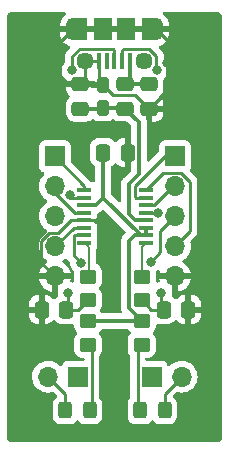
<source format=gbr>
%TF.GenerationSoftware,KiCad,Pcbnew,7.0.2-0*%
%TF.CreationDate,2024-07-03T10:32:26-07:00*%
%TF.ProjectId,ft230x-breakout,66743233-3078-42d6-9272-65616b6f7574,1.0*%
%TF.SameCoordinates,Original*%
%TF.FileFunction,Copper,L1,Top*%
%TF.FilePolarity,Positive*%
%FSLAX46Y46*%
G04 Gerber Fmt 4.6, Leading zero omitted, Abs format (unit mm)*
G04 Created by KiCad (PCBNEW 7.0.2-0) date 2024-07-03 10:32:26*
%MOMM*%
%LPD*%
G01*
G04 APERTURE LIST*
G04 Aperture macros list*
%AMRoundRect*
0 Rectangle with rounded corners*
0 $1 Rounding radius*
0 $2 $3 $4 $5 $6 $7 $8 $9 X,Y pos of 4 corners*
0 Add a 4 corners polygon primitive as box body*
4,1,4,$2,$3,$4,$5,$6,$7,$8,$9,$2,$3,0*
0 Add four circle primitives for the rounded corners*
1,1,$1+$1,$2,$3*
1,1,$1+$1,$4,$5*
1,1,$1+$1,$6,$7*
1,1,$1+$1,$8,$9*
0 Add four rect primitives between the rounded corners*
20,1,$1+$1,$2,$3,$4,$5,0*
20,1,$1+$1,$4,$5,$6,$7,0*
20,1,$1+$1,$6,$7,$8,$9,0*
20,1,$1+$1,$8,$9,$2,$3,0*%
G04 Aperture macros list end*
%TA.AperFunction,SMDPad,CuDef*%
%ADD10RoundRect,0.250000X-0.450000X0.350000X-0.450000X-0.350000X0.450000X-0.350000X0.450000X0.350000X0*%
%TD*%
%TA.AperFunction,ComponentPad*%
%ADD11R,1.700000X1.700000*%
%TD*%
%TA.AperFunction,ComponentPad*%
%ADD12O,1.700000X1.700000*%
%TD*%
%TA.AperFunction,SMDPad,CuDef*%
%ADD13RoundRect,0.250000X-0.325000X-0.450000X0.325000X-0.450000X0.325000X0.450000X-0.325000X0.450000X0*%
%TD*%
%TA.AperFunction,SMDPad,CuDef*%
%ADD14RoundRect,0.250000X-0.337500X-0.475000X0.337500X-0.475000X0.337500X0.475000X-0.337500X0.475000X0*%
%TD*%
%TA.AperFunction,SMDPad,CuDef*%
%ADD15RoundRect,0.250000X0.450000X-0.350000X0.450000X0.350000X-0.450000X0.350000X-0.450000X-0.350000X0*%
%TD*%
%TA.AperFunction,SMDPad,CuDef*%
%ADD16RoundRect,0.250000X-0.475000X0.337500X-0.475000X-0.337500X0.475000X-0.337500X0.475000X0.337500X0*%
%TD*%
%TA.AperFunction,SMDPad,CuDef*%
%ADD17RoundRect,0.250000X0.325000X0.450000X-0.325000X0.450000X-0.325000X-0.450000X0.325000X-0.450000X0*%
%TD*%
%TA.AperFunction,SMDPad,CuDef*%
%ADD18R,0.400000X1.350000*%
%TD*%
%TA.AperFunction,ComponentPad*%
%ADD19O,1.200000X1.900000*%
%TD*%
%TA.AperFunction,SMDPad,CuDef*%
%ADD20R,1.200000X1.900000*%
%TD*%
%TA.AperFunction,ComponentPad*%
%ADD21C,1.450000*%
%TD*%
%TA.AperFunction,SMDPad,CuDef*%
%ADD22R,1.500000X1.900000*%
%TD*%
%TA.AperFunction,SMDPad,CuDef*%
%ADD23R,1.200000X0.400000*%
%TD*%
%TA.AperFunction,SMDPad,CuDef*%
%ADD24RoundRect,0.250000X0.337500X0.475000X-0.337500X0.475000X-0.337500X-0.475000X0.337500X-0.475000X0*%
%TD*%
%TA.AperFunction,SMDPad,CuDef*%
%ADD25RoundRect,0.250000X0.275000X-0.400000X0.275000X0.400000X-0.275000X0.400000X-0.275000X-0.400000X0*%
%TD*%
%TA.AperFunction,SMDPad,CuDef*%
%ADD26RoundRect,0.250000X0.475000X-0.337500X0.475000X0.337500X-0.475000X0.337500X-0.475000X-0.337500X0*%
%TD*%
%TA.AperFunction,ViaPad*%
%ADD27C,0.800000*%
%TD*%
%TA.AperFunction,Conductor*%
%ADD28C,0.350000*%
%TD*%
%TA.AperFunction,Conductor*%
%ADD29C,0.250000*%
%TD*%
%TA.AperFunction,Conductor*%
%ADD30C,0.200000*%
%TD*%
G04 APERTURE END LIST*
D10*
%TO.P,R103,1*%
%TO.N,/Vccio*%
X142401700Y-122342400D03*
%TO.P,R103,2*%
%TO.N,Net-(D101-A)*%
X142401700Y-124342400D03*
%TD*%
D11*
%TO.P,JP101,1,A*%
%TO.N,/CBUS1*%
X141563500Y-127050800D03*
D12*
%TO.P,JP101,2,B*%
%TO.N,Net-(D101-K)*%
X139023500Y-127050800D03*
%TD*%
D13*
%TO.P,D101,1,K*%
%TO.N,Net-(D101-K)*%
X140487700Y-129895600D03*
%TO.P,D101,2,A*%
%TO.N,Net-(D101-A)*%
X142537700Y-129895600D03*
%TD*%
D11*
%TO.P,JP102,1,A*%
%TO.N,/CBUS2*%
X147781500Y-127050800D03*
D12*
%TO.P,JP102,2,B*%
%TO.N,Net-(D102-K)*%
X150321500Y-127050800D03*
%TD*%
D10*
%TO.P,R104,1*%
%TO.N,/Vccio*%
X146948300Y-122342400D03*
%TO.P,R104,2*%
%TO.N,Net-(D102-A)*%
X146948300Y-124342400D03*
%TD*%
D14*
%TO.P,C106,1*%
%TO.N,/Vccio*%
X143679500Y-108077000D03*
%TO.P,C106,2*%
%TO.N,GND*%
X145754500Y-108077000D03*
%TD*%
D15*
%TO.P,R101,1*%
%TO.N,Net-(J101-D+)*%
X142392400Y-120583200D03*
%TO.P,R101,2*%
%TO.N,/D+*%
X142392400Y-118583200D03*
%TD*%
D16*
%TO.P,FB101,1*%
%TO.N,Net-(J101-VBUS)*%
X145551300Y-102285800D03*
%TO.P,FB101,2*%
%TO.N,/Vcc*%
X145551300Y-104360800D03*
%TD*%
%TO.P,C101,1*%
%TO.N,Net-(J101-VBUS)*%
X147557900Y-102289700D03*
%TO.P,C101,2*%
%TO.N,GND*%
X147557900Y-104364700D03*
%TD*%
D17*
%TO.P,D102,1,K*%
%TO.N,Net-(D102-K)*%
X148878700Y-129895600D03*
%TO.P,D102,2,A*%
%TO.N,Net-(D102-A)*%
X146828700Y-129895600D03*
%TD*%
D18*
%TO.P,J101,1,VBUS*%
%TO.N,Net-(J101-VBUS)*%
X145941500Y-100355400D03*
%TO.P,J101,2,D-*%
%TO.N,Net-(J101-D-)*%
X145291500Y-100355400D03*
%TO.P,J101,3,D+*%
%TO.N,Net-(J101-D+)*%
X144641500Y-100355400D03*
%TO.P,J101,4,ID*%
%TO.N,unconnected-(J101-ID-Pad4)*%
X143991500Y-100355400D03*
%TO.P,J101,5,GND*%
%TO.N,GND*%
X143341500Y-100355400D03*
D19*
%TO.P,J101,6,Shield*%
X148141500Y-97655400D03*
D20*
X147541500Y-97655400D03*
D21*
X147141500Y-100355400D03*
D22*
X145641500Y-97655400D03*
X143641500Y-97655400D03*
D21*
X142141500Y-100355400D03*
D20*
X141741500Y-97655400D03*
D19*
X141141500Y-97655400D03*
%TD*%
D23*
%TO.P,U101,1,TXD*%
%TO.N,/TXD*%
X142098400Y-111259700D03*
%TO.P,U101,2,~{RTS}*%
%TO.N,/~{RTS}*%
X142098400Y-111894700D03*
%TO.P,U101,3,VCCIO*%
%TO.N,/Vccio*%
X142098400Y-112529700D03*
%TO.P,U101,4,RXD*%
%TO.N,/RXD*%
X142098400Y-113164700D03*
%TO.P,U101,5,GND*%
%TO.N,GND*%
X142098400Y-113799700D03*
%TO.P,U101,6,~{CTS}*%
%TO.N,/~{CTS}*%
X142098400Y-114434700D03*
%TO.P,U101,7,CBUS2*%
%TO.N,/CBUS2*%
X142098400Y-115069700D03*
%TO.P,U101,8,USBDP*%
%TO.N,/D+*%
X142098400Y-115704700D03*
%TO.P,U101,9,USBDM*%
%TO.N,/D-*%
X147298400Y-115704700D03*
%TO.P,U101,10,3V3OUT*%
%TO.N,/Vccio*%
X147298400Y-115069700D03*
%TO.P,U101,11,~{RESET}*%
X147298400Y-114434700D03*
%TO.P,U101,12,VCC*%
%TO.N,/Vcc*%
X147298400Y-113799700D03*
%TO.P,U101,13,GND*%
%TO.N,GND*%
X147298400Y-113164700D03*
%TO.P,U101,14,CBUS1*%
%TO.N,/CBUS1*%
X147298400Y-112529700D03*
%TO.P,U101,15,CBUS0*%
%TO.N,/CBUS0*%
X147298400Y-111894700D03*
%TO.P,U101,16,CBUS3*%
%TO.N,/CBUS3*%
X147298400Y-111259700D03*
%TD*%
D15*
%TO.P,R102,1*%
%TO.N,Net-(J101-D-)*%
X146964400Y-120583200D03*
%TO.P,R102,2*%
%TO.N,/D-*%
X146964400Y-118583200D03*
%TD*%
D14*
%TO.P,C105,1*%
%TO.N,Net-(J101-D-)*%
X148802500Y-121386600D03*
%TO.P,C105,2*%
%TO.N,GND*%
X150877500Y-121386600D03*
%TD*%
D24*
%TO.P,C104,1*%
%TO.N,Net-(J101-D+)*%
X140543600Y-121386600D03*
%TO.P,C104,2*%
%TO.N,GND*%
X138468600Y-121386600D03*
%TD*%
D25*
%TO.P,C102,1*%
%TO.N,/Vcc*%
X143646300Y-104286600D03*
%TO.P,C102,2*%
%TO.N,GND*%
X143646300Y-102336600D03*
%TD*%
D26*
%TO.P,C103,1*%
%TO.N,/Vcc*%
X141741300Y-104364700D03*
%TO.P,C103,2*%
%TO.N,GND*%
X141741300Y-102289700D03*
%TD*%
D11*
%TO.P,J103,1,Pin_1*%
%TO.N,/TXD*%
X139598400Y-108407200D03*
D12*
%TO.P,J103,2,Pin_2*%
%TO.N,/RXD*%
X139598400Y-110947200D03*
%TO.P,J103,3,Pin_3*%
%TO.N,/~{RTS}*%
X139598400Y-113487200D03*
%TO.P,J103,4,Pin_4*%
%TO.N,/~{CTS}*%
X139598400Y-116027200D03*
%TO.P,J103,5,Pin_5*%
%TO.N,GND*%
X139598400Y-118567200D03*
%TD*%
D11*
%TO.P,J104,1,Pin_1*%
%TO.N,/CBUS0*%
X149758400Y-108407200D03*
D12*
%TO.P,J104,2,Pin_2*%
%TO.N,/CBUS1*%
X149758400Y-110947200D03*
%TO.P,J104,3,Pin_3*%
%TO.N,/CBUS2*%
X149758400Y-113487200D03*
%TO.P,J104,4,Pin_4*%
%TO.N,/CBUS3*%
X149758400Y-116027200D03*
%TO.P,J104,5,Pin_5*%
%TO.N,GND*%
X149758400Y-118567200D03*
%TD*%
D27*
%TO.N,GND*%
X148339030Y-113193194D03*
X149047200Y-100457000D03*
X144729200Y-117957600D03*
%TO.N,Net-(J101-D+)*%
X141064901Y-101126918D03*
X140741400Y-119938800D03*
%TO.N,Net-(J101-D-)*%
X148615400Y-119938800D03*
X148220428Y-101123657D03*
%TO.N,/~{RTS}*%
X140867319Y-111709200D03*
%TO.N,/CBUS2*%
X141799446Y-117390046D03*
X147724236Y-117315027D03*
%TD*%
D28*
%TO.N,Net-(J101-VBUS)*%
X145941500Y-100355400D02*
X145941500Y-101895600D01*
X147554000Y-102285800D02*
X147557900Y-102289700D01*
X145941500Y-101895600D02*
X145551300Y-102285800D01*
X145551300Y-102285800D02*
X147554000Y-102285800D01*
D29*
%TO.N,GND*%
X143341500Y-100355400D02*
X142141500Y-100355400D01*
X139895101Y-114852200D02*
X139111699Y-114852200D01*
X140694500Y-102289700D02*
X141741300Y-102289700D01*
X142098400Y-113799700D02*
X140947601Y-113799700D01*
X139111699Y-114852200D02*
X138423400Y-115540499D01*
X143641500Y-97655400D02*
X145641500Y-97655400D01*
X145641500Y-97655400D02*
X147541500Y-97655400D01*
X138423400Y-117392200D02*
X139598400Y-118567200D01*
X141741300Y-102289700D02*
X142141500Y-101889500D01*
X143646300Y-102336600D02*
X143341500Y-102031800D01*
X139954000Y-98842900D02*
X139954000Y-101549200D01*
X140947601Y-113799700D02*
X139895101Y-114852200D01*
X142948400Y-113799700D02*
X144729200Y-115580500D01*
X143646300Y-102336600D02*
X141788200Y-102336600D01*
X149047200Y-98561100D02*
X148141500Y-97655400D01*
X143341500Y-102031800D02*
X143341500Y-100355400D01*
X146395400Y-103202200D02*
X147557900Y-104364700D01*
X142141500Y-101889500D02*
X142141500Y-100355400D01*
X144511900Y-103202200D02*
X146395400Y-103202200D01*
X141741500Y-97655400D02*
X143641500Y-97655400D01*
X141788200Y-102336600D02*
X141741300Y-102289700D01*
X147557900Y-104364700D02*
X149047200Y-102875400D01*
X143646300Y-102336600D02*
X144511900Y-103202200D01*
X139954000Y-101549200D02*
X140694500Y-102289700D01*
X148310536Y-113164700D02*
X148339030Y-113193194D01*
X142098400Y-113799700D02*
X142948400Y-113799700D01*
X149047200Y-100457000D02*
X149047200Y-98561100D01*
X149047200Y-102875400D02*
X149047200Y-100457000D01*
X138423400Y-115540499D02*
X138423400Y-117392200D01*
X147298400Y-113164700D02*
X148310536Y-113164700D01*
X144729200Y-115580500D02*
X144729200Y-117957600D01*
X141141500Y-97655400D02*
X139954000Y-98842900D01*
D28*
%TO.N,/Vcc*%
X141741300Y-104364700D02*
X143568200Y-104364700D01*
X146717000Y-105526500D02*
X146717000Y-109873096D01*
X146383400Y-113799700D02*
X147298400Y-113799700D01*
X145477100Y-104286600D02*
X145551300Y-104360800D01*
X145872200Y-113288500D02*
X146383400Y-113799700D01*
X146717000Y-109873096D02*
X145872200Y-110717896D01*
X145872200Y-110717896D02*
X145872200Y-113288500D01*
X145551300Y-104360800D02*
X146717000Y-105526500D01*
X143646300Y-104286600D02*
X145477100Y-104286600D01*
X143568200Y-104364700D02*
X143646300Y-104286600D01*
D29*
%TO.N,Net-(J101-D+)*%
X140741400Y-121188800D02*
X140543600Y-121386600D01*
X140741400Y-119938800D02*
X140741400Y-121188800D01*
X144641500Y-100355400D02*
X144641500Y-99430400D01*
X144641500Y-99430400D02*
X144516500Y-99305400D01*
X144516500Y-99305400D02*
X141706575Y-99305400D01*
X141589000Y-121386600D02*
X142392400Y-120583200D01*
X141064901Y-99947074D02*
X141064901Y-101126918D01*
X141706575Y-99305400D02*
X141064901Y-99947074D01*
X140543600Y-121386600D02*
X141589000Y-121386600D01*
%TO.N,Net-(J101-D-)*%
X147559625Y-99288600D02*
X148191299Y-99920274D01*
X148615400Y-119938800D02*
X148615400Y-121199500D01*
X145291500Y-100355400D02*
X145291500Y-99430400D01*
X147767800Y-121386600D02*
X146964400Y-120583200D01*
X148191299Y-101094528D02*
X148220428Y-101123657D01*
X148615400Y-121199500D02*
X148802500Y-121386600D01*
X145291500Y-99430400D02*
X145433300Y-99288600D01*
X148191299Y-99920274D02*
X148191299Y-101094528D01*
X148802500Y-121386600D02*
X147767800Y-121386600D01*
X145433300Y-99288600D02*
X147559625Y-99288600D01*
D28*
%TO.N,/Vccio*%
X143048400Y-112529700D02*
X142098400Y-112529700D01*
X146348400Y-115069700D02*
X147298400Y-115069700D01*
X147298400Y-115069700D02*
X146850600Y-115069700D01*
X142401700Y-122342400D02*
X146948300Y-122342400D01*
X143679500Y-111898600D02*
X143048400Y-112529700D01*
X146948300Y-122342400D02*
X145889400Y-121283500D01*
X145889400Y-115528700D02*
X146348400Y-115069700D01*
X146850600Y-115069700D02*
X143679500Y-111898600D01*
X143679500Y-108077000D02*
X143679500Y-111898600D01*
X147298400Y-114434700D02*
X147298400Y-115069700D01*
X145889400Y-121283500D02*
X145889400Y-115528700D01*
D29*
%TO.N,Net-(D101-K)*%
X140487700Y-128515000D02*
X139023500Y-127050800D01*
X140487700Y-129895600D02*
X140487700Y-128515000D01*
%TO.N,Net-(D101-A)*%
X142738500Y-129694800D02*
X142738500Y-124679200D01*
X142738500Y-124679200D02*
X142401700Y-124342400D01*
X142537700Y-129895600D02*
X142738500Y-129694800D01*
%TO.N,Net-(D102-K)*%
X148878700Y-128493600D02*
X150321500Y-127050800D01*
X148878700Y-129895600D02*
X148878700Y-128493600D01*
%TO.N,Net-(D102-A)*%
X146828700Y-129895600D02*
X146606500Y-129673400D01*
X146606500Y-124684200D02*
X146948300Y-124342400D01*
X146606500Y-129673400D02*
X146606500Y-124684200D01*
%TO.N,/TXD*%
X139598400Y-108407200D02*
X142098400Y-110907200D01*
X142098400Y-110907200D02*
X142098400Y-111259700D01*
%TO.N,/RXD*%
X139598400Y-110947200D02*
X139598400Y-111479700D01*
X141283400Y-113164700D02*
X142098400Y-113164700D01*
X139598400Y-111479700D02*
X141283400Y-113164700D01*
%TO.N,/~{RTS}*%
X141052819Y-111894700D02*
X140867319Y-111709200D01*
X142098400Y-111894700D02*
X141052819Y-111894700D01*
%TO.N,/~{CTS}*%
X139598400Y-116027200D02*
X141190900Y-114434700D01*
X141190900Y-114434700D02*
X142098400Y-114434700D01*
%TO.N,/CBUS3*%
X151028400Y-110555499D02*
X151028400Y-114757200D01*
X148785900Y-109772200D02*
X150245101Y-109772200D01*
X150245101Y-109772200D02*
X151028400Y-110555499D01*
X147298400Y-111259700D02*
X148785900Y-109772200D01*
X151028400Y-114757200D02*
X149758400Y-116027200D01*
%TO.N,/CBUS2*%
X141173400Y-116764000D02*
X141799446Y-117390046D01*
X148498400Y-116540863D02*
X147724236Y-117315027D01*
X142098400Y-115069700D02*
X141248400Y-115069700D01*
X141248400Y-115069700D02*
X141173400Y-115144700D01*
X148498400Y-114747200D02*
X148498400Y-116540863D01*
X141173400Y-115144700D02*
X141173400Y-116764000D01*
X149758400Y-113487200D02*
X148498400Y-114747200D01*
%TO.N,/CBUS1*%
X149758400Y-110947200D02*
X149560426Y-110947200D01*
X149560426Y-110947200D02*
X147977926Y-112529700D01*
X147977926Y-112529700D02*
X147298400Y-112529700D01*
%TO.N,/CBUS0*%
X146448400Y-111894700D02*
X147298400Y-111894700D01*
X146373400Y-110923098D02*
X146373400Y-111819700D01*
X146373400Y-111819700D02*
X146448400Y-111894700D01*
X149758400Y-108407200D02*
X148889298Y-108407200D01*
X148889298Y-108407200D02*
X146373400Y-110923098D01*
D30*
%TO.N,/D+*%
X142498946Y-118476654D02*
X142498946Y-116105246D01*
X142498946Y-116105246D02*
X142098400Y-115704700D01*
X142392400Y-118583200D02*
X142498946Y-118476654D01*
%TO.N,/D-*%
X146964400Y-116038700D02*
X147298400Y-115704700D01*
X146964400Y-118583200D02*
X146964400Y-116038700D01*
%TD*%
%TA.AperFunction,Conductor*%
%TO.N,GND*%
G36*
X140422979Y-96190436D02*
G01*
X140490018Y-96210123D01*
X140535771Y-96262928D01*
X140545712Y-96332087D01*
X140516685Y-96395642D01*
X140494903Y-96415443D01*
X140417876Y-96470294D01*
X140272907Y-96622333D01*
X140159333Y-96799055D01*
X140081255Y-96994085D01*
X140041500Y-97200362D01*
X140041500Y-97405400D01*
X140841500Y-97405400D01*
X140841500Y-97905400D01*
X140041500Y-97905400D01*
X140041500Y-98054850D01*
X140041781Y-98060759D01*
X140056464Y-98214520D01*
X140115649Y-98416087D01*
X140211912Y-98602812D01*
X140341769Y-98767938D01*
X140500536Y-98905511D01*
X140682463Y-99010546D01*
X140817956Y-99057441D01*
X140874870Y-99097970D01*
X140900838Y-99162834D01*
X140887614Y-99231441D01*
X140865080Y-99262302D01*
X140681109Y-99446273D01*
X140665011Y-99459170D01*
X140616997Y-99510299D01*
X140614293Y-99513090D01*
X140597529Y-99529854D01*
X140597522Y-99529861D01*
X140594781Y-99532603D01*
X140592400Y-99535671D01*
X140592391Y-99535682D01*
X140592312Y-99535785D01*
X140584743Y-99544646D01*
X140554836Y-99576494D01*
X140545186Y-99594048D01*
X140534510Y-99610302D01*
X140522227Y-99626137D01*
X140504876Y-99666232D01*
X140499739Y-99676718D01*
X140478703Y-99714981D01*
X140473722Y-99734383D01*
X140467421Y-99752785D01*
X140459462Y-99771176D01*
X140452629Y-99814316D01*
X140450261Y-99825748D01*
X140439401Y-99868051D01*
X140439401Y-99888090D01*
X140437874Y-99907488D01*
X140434741Y-99927268D01*
X140438851Y-99970747D01*
X140439401Y-99982417D01*
X140439401Y-100428230D01*
X140419716Y-100495269D01*
X140407551Y-100511202D01*
X140332367Y-100594701D01*
X140237721Y-100758633D01*
X140179227Y-100938660D01*
X140159441Y-101126918D01*
X140179227Y-101315175D01*
X140237721Y-101495202D01*
X140332367Y-101659134D01*
X140456094Y-101796545D01*
X140459030Y-101799806D01*
X140465183Y-101804276D01*
X140507850Y-101859605D01*
X140516300Y-101904596D01*
X140516300Y-102039700D01*
X142908038Y-102039700D01*
X142975077Y-102059385D01*
X142995719Y-102076019D01*
X143006300Y-102086600D01*
X143772300Y-102086600D01*
X143839339Y-102106285D01*
X143885094Y-102159089D01*
X143896300Y-102210600D01*
X143896300Y-102462600D01*
X143876615Y-102529639D01*
X143823811Y-102575394D01*
X143772300Y-102586600D01*
X142679562Y-102586600D01*
X142612523Y-102566915D01*
X142591881Y-102550281D01*
X142581300Y-102539700D01*
X140516301Y-102539700D01*
X140516301Y-102674029D01*
X140516621Y-102680311D01*
X140526793Y-102779895D01*
X140581942Y-102946322D01*
X140673983Y-103095545D01*
X140797954Y-103219516D01*
X140800956Y-103221368D01*
X140847680Y-103273317D01*
X140858901Y-103342279D01*
X140831057Y-103406361D01*
X140800959Y-103432442D01*
X140797644Y-103434486D01*
X140673588Y-103558542D01*
X140581486Y-103707865D01*
X140526300Y-103874402D01*
X140516119Y-103974058D01*
X140516117Y-103974078D01*
X140515800Y-103977191D01*
X140515800Y-103980338D01*
X140515800Y-103980339D01*
X140515800Y-104749058D01*
X140515800Y-104749077D01*
X140515801Y-104752208D01*
X140516120Y-104755340D01*
X140516121Y-104755341D01*
X140526300Y-104854996D01*
X140581486Y-105021534D01*
X140673588Y-105170857D01*
X140797642Y-105294911D01*
X140797644Y-105294912D01*
X140946966Y-105387014D01*
X141049840Y-105421103D01*
X141113502Y-105442199D01*
X141213158Y-105452380D01*
X141213159Y-105452380D01*
X141216291Y-105452700D01*
X142266308Y-105452699D01*
X142369097Y-105442199D01*
X142535634Y-105387014D01*
X142684956Y-105294912D01*
X142713918Y-105265949D01*
X142775238Y-105232464D01*
X142844930Y-105237447D01*
X142889280Y-105265949D01*
X142902642Y-105279311D01*
X142921611Y-105291011D01*
X143051966Y-105371414D01*
X143163316Y-105408312D01*
X143218502Y-105426599D01*
X143318158Y-105436780D01*
X143318159Y-105436780D01*
X143321291Y-105437100D01*
X143971308Y-105437099D01*
X144074097Y-105426599D01*
X144240634Y-105371414D01*
X144389956Y-105279312D01*
X144405268Y-105263998D01*
X144466590Y-105230514D01*
X144536281Y-105235497D01*
X144580632Y-105264000D01*
X144607644Y-105291012D01*
X144756966Y-105383114D01*
X144868316Y-105420012D01*
X144923502Y-105438299D01*
X145023158Y-105448480D01*
X145023159Y-105448480D01*
X145026291Y-105448800D01*
X145632636Y-105448799D01*
X145699675Y-105468483D01*
X145720317Y-105485118D01*
X146005182Y-105769983D01*
X146038666Y-105831304D01*
X146041500Y-105857662D01*
X146041500Y-106763638D01*
X146021815Y-106830677D01*
X146005181Y-106851319D01*
X146004500Y-106852000D01*
X146004500Y-109301999D01*
X146005181Y-109302680D01*
X146038666Y-109364003D01*
X146041500Y-109390361D01*
X146041500Y-109541932D01*
X146021815Y-109608971D01*
X146005181Y-109629613D01*
X145411624Y-110223169D01*
X145406172Y-110228302D01*
X145362868Y-110266666D01*
X145330000Y-110314283D01*
X145325563Y-110320313D01*
X145289873Y-110365869D01*
X145286024Y-110374420D01*
X145275007Y-110393954D01*
X145269681Y-110401671D01*
X145249165Y-110455764D01*
X145246302Y-110462678D01*
X145222549Y-110515458D01*
X145220861Y-110524672D01*
X145214838Y-110546279D01*
X145211510Y-110555053D01*
X145204533Y-110612508D01*
X145203407Y-110619907D01*
X145192980Y-110676808D01*
X145196474Y-110734559D01*
X145196700Y-110742046D01*
X145196700Y-112161136D01*
X145177015Y-112228175D01*
X145124211Y-112273930D01*
X145055053Y-112283874D01*
X144991497Y-112254849D01*
X144985019Y-112248817D01*
X144391319Y-111655118D01*
X144357834Y-111593795D01*
X144355000Y-111567437D01*
X144355000Y-109294507D01*
X144374685Y-109227468D01*
X144413904Y-109188968D01*
X144485656Y-109144712D01*
X144609712Y-109020656D01*
X144611752Y-109017347D01*
X144663695Y-108970622D01*
X144732657Y-108959395D01*
X144796741Y-108987235D01*
X144822831Y-109017343D01*
X144824682Y-109020344D01*
X144948654Y-109144316D01*
X145097877Y-109236357D01*
X145264303Y-109291506D01*
X145363890Y-109301680D01*
X145370168Y-109301999D01*
X145504499Y-109301999D01*
X145504500Y-109301998D01*
X145504500Y-106852000D01*
X145370171Y-106852000D01*
X145363888Y-106852321D01*
X145264304Y-106862493D01*
X145097877Y-106917642D01*
X144948654Y-107009683D01*
X144824683Y-107133654D01*
X144822830Y-107136659D01*
X144770880Y-107183382D01*
X144701917Y-107194602D01*
X144637836Y-107166757D01*
X144611752Y-107136652D01*
X144609903Y-107133654D01*
X144609712Y-107133344D01*
X144609710Y-107133342D01*
X144609709Y-107133340D01*
X144485657Y-107009288D01*
X144336334Y-106917186D01*
X144169797Y-106862000D01*
X144070141Y-106851819D01*
X144070122Y-106851818D01*
X144067009Y-106851500D01*
X144063860Y-106851500D01*
X143295141Y-106851500D01*
X143295121Y-106851500D01*
X143291992Y-106851501D01*
X143288860Y-106851820D01*
X143288858Y-106851821D01*
X143189203Y-106862000D01*
X143022665Y-106917186D01*
X142873342Y-107009288D01*
X142749288Y-107133342D01*
X142657186Y-107282665D01*
X142602000Y-107449202D01*
X142591819Y-107548858D01*
X142591817Y-107548878D01*
X142591500Y-107551991D01*
X142591500Y-107555138D01*
X142591500Y-107555139D01*
X142591500Y-108598859D01*
X142591500Y-108598878D01*
X142591501Y-108602008D01*
X142591820Y-108605140D01*
X142591821Y-108605141D01*
X142602000Y-108704796D01*
X142657186Y-108871334D01*
X142749286Y-109020654D01*
X142749287Y-109020655D01*
X142749288Y-109020656D01*
X142873344Y-109144712D01*
X142945096Y-109188968D01*
X142991821Y-109240915D01*
X143004000Y-109294507D01*
X143004000Y-110460908D01*
X142984315Y-110527947D01*
X142931511Y-110573702D01*
X142862353Y-110583646D01*
X142836667Y-110577090D01*
X142805885Y-110565609D01*
X142749566Y-110559554D01*
X142749565Y-110559553D01*
X142746273Y-110559200D01*
X142742951Y-110559200D01*
X142686352Y-110559200D01*
X142619313Y-110539515D01*
X142598671Y-110522881D01*
X142582406Y-110506616D01*
X142569767Y-110491817D01*
X142557995Y-110475613D01*
X142524341Y-110447773D01*
X142515699Y-110439909D01*
X140985218Y-108909428D01*
X140951733Y-108848105D01*
X140948899Y-108821747D01*
X140948899Y-107512639D01*
X140948899Y-107512638D01*
X140948899Y-107509328D01*
X140942491Y-107449717D01*
X140892196Y-107314869D01*
X140805946Y-107199654D01*
X140690731Y-107113404D01*
X140555883Y-107063109D01*
X140496273Y-107056700D01*
X140492950Y-107056700D01*
X138703839Y-107056700D01*
X138703820Y-107056700D01*
X138700528Y-107056701D01*
X138697248Y-107057053D01*
X138697240Y-107057054D01*
X138640915Y-107063109D01*
X138506069Y-107113404D01*
X138390854Y-107199654D01*
X138304604Y-107314868D01*
X138254310Y-107449715D01*
X138254309Y-107449717D01*
X138247900Y-107509327D01*
X138247900Y-107512648D01*
X138247900Y-107512649D01*
X138247900Y-109301760D01*
X138247900Y-109301778D01*
X138247901Y-109305072D01*
X138248253Y-109308352D01*
X138248254Y-109308359D01*
X138254309Y-109364684D01*
X138263886Y-109390361D01*
X138304604Y-109499531D01*
X138390854Y-109614746D01*
X138506069Y-109700996D01*
X138618307Y-109742858D01*
X138637482Y-109750010D01*
X138693416Y-109791881D01*
X138717833Y-109857346D01*
X138702981Y-109925619D01*
X138681831Y-109953873D01*
X138559903Y-110075801D01*
X138424365Y-110269370D01*
X138324497Y-110483536D01*
X138263336Y-110711792D01*
X138242740Y-110947199D01*
X138263336Y-111182607D01*
X138266948Y-111196086D01*
X138324497Y-111410863D01*
X138424365Y-111625030D01*
X138559905Y-111818601D01*
X138726999Y-111985695D01*
X138912560Y-112115626D01*
X138956183Y-112170202D01*
X138963376Y-112239701D01*
X138931854Y-112302055D01*
X138912559Y-112318775D01*
X138726995Y-112448708D01*
X138559905Y-112615798D01*
X138424365Y-112809370D01*
X138324497Y-113023536D01*
X138263336Y-113251792D01*
X138242740Y-113487200D01*
X138263336Y-113722607D01*
X138304747Y-113877154D01*
X138324497Y-113950863D01*
X138424365Y-114165030D01*
X138559905Y-114358601D01*
X138726999Y-114525695D01*
X138912560Y-114655626D01*
X138956183Y-114710202D01*
X138963376Y-114779701D01*
X138931854Y-114842055D01*
X138912558Y-114858775D01*
X138780174Y-114951472D01*
X138726995Y-114988708D01*
X138559905Y-115155798D01*
X138424365Y-115349370D01*
X138324497Y-115563536D01*
X138263336Y-115791792D01*
X138242740Y-116027199D01*
X138263336Y-116262607D01*
X138301544Y-116405199D01*
X138324497Y-116490863D01*
X138424365Y-116705030D01*
X138559905Y-116898601D01*
X138726999Y-117065695D01*
X138912996Y-117195932D01*
X138956619Y-117250507D01*
X138963812Y-117320006D01*
X138932290Y-117382360D01*
X138912995Y-117399080D01*
X138727319Y-117529092D01*
X138560290Y-117696121D01*
X138424800Y-117889621D01*
X138324969Y-118103707D01*
X138267764Y-118317199D01*
X138267764Y-118317200D01*
X139164714Y-118317200D01*
X139138907Y-118357356D01*
X139098400Y-118495311D01*
X139098400Y-118639089D01*
X139138907Y-118777044D01*
X139164714Y-118817200D01*
X138267764Y-118817200D01*
X138324969Y-119030692D01*
X138424799Y-119244776D01*
X138560293Y-119438281D01*
X138727318Y-119605306D01*
X138920823Y-119740800D01*
X139134909Y-119840630D01*
X139348400Y-119897834D01*
X139348400Y-119002701D01*
X139456085Y-119051880D01*
X139562637Y-119067200D01*
X139634163Y-119067200D01*
X139740715Y-119051880D01*
X139848400Y-119002701D01*
X139848400Y-119813747D01*
X139847721Y-119826708D01*
X139835940Y-119938799D01*
X139855726Y-120127057D01*
X139857785Y-120133392D01*
X139859780Y-120203233D01*
X139823699Y-120263066D01*
X139804951Y-120277248D01*
X139737443Y-120318887D01*
X139613386Y-120442944D01*
X139611342Y-120446259D01*
X139559392Y-120492982D01*
X139490429Y-120504201D01*
X139426348Y-120476355D01*
X139400268Y-120446256D01*
X139398416Y-120443254D01*
X139274445Y-120319283D01*
X139125222Y-120227242D01*
X138958796Y-120172093D01*
X138859209Y-120161919D01*
X138852932Y-120161600D01*
X138718600Y-120161600D01*
X138718600Y-122611599D01*
X138852929Y-122611599D01*
X138859211Y-122611278D01*
X138958795Y-122601106D01*
X139125222Y-122545957D01*
X139274445Y-122453916D01*
X139398413Y-122329948D01*
X139400264Y-122326948D01*
X139452210Y-122280221D01*
X139521172Y-122268996D01*
X139585256Y-122296836D01*
X139611346Y-122326945D01*
X139613390Y-122330259D01*
X139737442Y-122454311D01*
X139737444Y-122454312D01*
X139886766Y-122546414D01*
X139998116Y-122583312D01*
X140053302Y-122601599D01*
X140152958Y-122611780D01*
X140152959Y-122611780D01*
X140156091Y-122612100D01*
X140931108Y-122612099D01*
X141033897Y-122601599D01*
X141038194Y-122600174D01*
X141108022Y-122597772D01*
X141168064Y-122633502D01*
X141199258Y-122696021D01*
X141201200Y-122717875D01*
X141201200Y-122739256D01*
X141201200Y-122739275D01*
X141201201Y-122742408D01*
X141201520Y-122745539D01*
X141201521Y-122745542D01*
X141211700Y-122845196D01*
X141266886Y-123011734D01*
X141358986Y-123161054D01*
X141358987Y-123161055D01*
X141358988Y-123161056D01*
X141452651Y-123254719D01*
X141486135Y-123316040D01*
X141481151Y-123385732D01*
X141452651Y-123430080D01*
X141358987Y-123523744D01*
X141266886Y-123673065D01*
X141211700Y-123839602D01*
X141201519Y-123939258D01*
X141201517Y-123939278D01*
X141201200Y-123942391D01*
X141201200Y-123945538D01*
X141201200Y-123945539D01*
X141201200Y-124739258D01*
X141201200Y-124739277D01*
X141201201Y-124742408D01*
X141201520Y-124745540D01*
X141201521Y-124745541D01*
X141211700Y-124845196D01*
X141266886Y-125011734D01*
X141358988Y-125161057D01*
X141483042Y-125285111D01*
X141495557Y-125292830D01*
X141632366Y-125377214D01*
X141743716Y-125414112D01*
X141798902Y-125432399D01*
X141876254Y-125440301D01*
X141901691Y-125442900D01*
X141989000Y-125442899D01*
X142056038Y-125462583D01*
X142101794Y-125515386D01*
X142113000Y-125566899D01*
X142113000Y-125576300D01*
X142093315Y-125643339D01*
X142040511Y-125689094D01*
X141989000Y-125700300D01*
X140668939Y-125700300D01*
X140668920Y-125700300D01*
X140665628Y-125700301D01*
X140662348Y-125700653D01*
X140662340Y-125700654D01*
X140606015Y-125706709D01*
X140471169Y-125757004D01*
X140355954Y-125843254D01*
X140269704Y-125958469D01*
X140220689Y-126089883D01*
X140178817Y-126145816D01*
X140113352Y-126170233D01*
X140045080Y-126155381D01*
X140016826Y-126134230D01*
X139894904Y-126012308D01*
X139894901Y-126012305D01*
X139701330Y-125876765D01*
X139487163Y-125776897D01*
X139426002Y-125760509D01*
X139258907Y-125715736D01*
X139023500Y-125695140D01*
X138788092Y-125715736D01*
X138559836Y-125776897D01*
X138345670Y-125876765D01*
X138152098Y-126012305D01*
X137985005Y-126179398D01*
X137849465Y-126372970D01*
X137749597Y-126587136D01*
X137688436Y-126815392D01*
X137667840Y-127050800D01*
X137688436Y-127286207D01*
X137733209Y-127453302D01*
X137749597Y-127514463D01*
X137849465Y-127728630D01*
X137985005Y-127922201D01*
X138152099Y-128089295D01*
X138345670Y-128224835D01*
X138559837Y-128324703D01*
X138788091Y-128385862D01*
X138788092Y-128385863D01*
X139023499Y-128406459D01*
X139023499Y-128406458D01*
X139023500Y-128406459D01*
X139258908Y-128385863D01*
X139359373Y-128358943D01*
X139429221Y-128360606D01*
X139479146Y-128391036D01*
X139735894Y-128647785D01*
X139769379Y-128709107D01*
X139764395Y-128778799D01*
X139722523Y-128834732D01*
X139713312Y-128841003D01*
X139694041Y-128852889D01*
X139569988Y-128976942D01*
X139477886Y-129126265D01*
X139422700Y-129292802D01*
X139412519Y-129392458D01*
X139412517Y-129392478D01*
X139412200Y-129395591D01*
X139412200Y-129398738D01*
X139412200Y-129398739D01*
X139412200Y-130392459D01*
X139412200Y-130392478D01*
X139412201Y-130395608D01*
X139412520Y-130398740D01*
X139412521Y-130398741D01*
X139422700Y-130498396D01*
X139477886Y-130664934D01*
X139569988Y-130814257D01*
X139694042Y-130938311D01*
X139694044Y-130938312D01*
X139843366Y-131030414D01*
X139954717Y-131067312D01*
X140009902Y-131085599D01*
X140109558Y-131095780D01*
X140109559Y-131095780D01*
X140112691Y-131096100D01*
X140862708Y-131096099D01*
X140965497Y-131085599D01*
X141132034Y-131030414D01*
X141281356Y-130938312D01*
X141405412Y-130814256D01*
X141407160Y-130811421D01*
X141459108Y-130764696D01*
X141528071Y-130753473D01*
X141592153Y-130781316D01*
X141618239Y-130811421D01*
X141619988Y-130814257D01*
X141744042Y-130938311D01*
X141744044Y-130938312D01*
X141893366Y-131030414D01*
X142004716Y-131067312D01*
X142059902Y-131085599D01*
X142159558Y-131095780D01*
X142159559Y-131095780D01*
X142162691Y-131096100D01*
X142912708Y-131096099D01*
X143015497Y-131085599D01*
X143182034Y-131030414D01*
X143331356Y-130938312D01*
X143455412Y-130814256D01*
X143547514Y-130664934D01*
X143602699Y-130498397D01*
X143613200Y-130395609D01*
X143613199Y-129395592D01*
X143602699Y-129292803D01*
X143547514Y-129126266D01*
X143455412Y-128976944D01*
X143455411Y-128976942D01*
X143400319Y-128921850D01*
X143366834Y-128860527D01*
X143364000Y-128834169D01*
X143364000Y-125292830D01*
X143383685Y-125225791D01*
X143400320Y-125205148D01*
X143444411Y-125161057D01*
X143444412Y-125161056D01*
X143536514Y-125011734D01*
X143591699Y-124845197D01*
X143602200Y-124742409D01*
X143602199Y-123942392D01*
X143591699Y-123839603D01*
X143536514Y-123673066D01*
X143444412Y-123523744D01*
X143350747Y-123430079D01*
X143317264Y-123368759D01*
X143322248Y-123299067D01*
X143350747Y-123254720D01*
X143444412Y-123161056D01*
X143496378Y-123076804D01*
X143548327Y-123030079D01*
X143601918Y-123017900D01*
X145748082Y-123017900D01*
X145815121Y-123037585D01*
X145853621Y-123076804D01*
X145905586Y-123161055D01*
X145999250Y-123254719D01*
X146032734Y-123316042D01*
X146027750Y-123385734D01*
X145999250Y-123430081D01*
X145905587Y-123523744D01*
X145813486Y-123673065D01*
X145758300Y-123839602D01*
X145748119Y-123939258D01*
X145748117Y-123939278D01*
X145747800Y-123942391D01*
X145747800Y-123945538D01*
X145747800Y-123945539D01*
X145747800Y-124739258D01*
X145747800Y-124739277D01*
X145747801Y-124742408D01*
X145748120Y-124745540D01*
X145748121Y-124745541D01*
X145758300Y-124845196D01*
X145813486Y-125011734D01*
X145905588Y-125161056D01*
X145944680Y-125200148D01*
X145978166Y-125261471D01*
X145981000Y-125287830D01*
X145981000Y-128855568D01*
X145961315Y-128922607D01*
X145944683Y-128943247D01*
X145910989Y-128976942D01*
X145818886Y-129126265D01*
X145763700Y-129292802D01*
X145753519Y-129392458D01*
X145753517Y-129392478D01*
X145753200Y-129395591D01*
X145753200Y-129398738D01*
X145753200Y-129398739D01*
X145753200Y-130392459D01*
X145753200Y-130392478D01*
X145753201Y-130395608D01*
X145753520Y-130398740D01*
X145753521Y-130398741D01*
X145763700Y-130498396D01*
X145818886Y-130664934D01*
X145910988Y-130814257D01*
X146035042Y-130938311D01*
X146035044Y-130938312D01*
X146184366Y-131030414D01*
X146295716Y-131067312D01*
X146350902Y-131085599D01*
X146450558Y-131095780D01*
X146450559Y-131095780D01*
X146453691Y-131096100D01*
X147203708Y-131096099D01*
X147306497Y-131085599D01*
X147473034Y-131030414D01*
X147622356Y-130938312D01*
X147746412Y-130814256D01*
X147748158Y-130811424D01*
X147800102Y-130764699D01*
X147869064Y-130753473D01*
X147933148Y-130781312D01*
X147959235Y-130811416D01*
X147960986Y-130814255D01*
X148085042Y-130938311D01*
X148085044Y-130938312D01*
X148234366Y-131030414D01*
X148345717Y-131067312D01*
X148400902Y-131085599D01*
X148500558Y-131095780D01*
X148500559Y-131095780D01*
X148503691Y-131096100D01*
X149253708Y-131096099D01*
X149356497Y-131085599D01*
X149523034Y-131030414D01*
X149672356Y-130938312D01*
X149796412Y-130814256D01*
X149888514Y-130664934D01*
X149943699Y-130498397D01*
X149954200Y-130395609D01*
X149954199Y-129395592D01*
X149943699Y-129292803D01*
X149888514Y-129126266D01*
X149796412Y-128976944D01*
X149796411Y-128976942D01*
X149672358Y-128852889D01*
X149639853Y-128832840D01*
X149593129Y-128780892D01*
X149581906Y-128711929D01*
X149609750Y-128647847D01*
X149617261Y-128639628D01*
X149865853Y-128391035D01*
X149927174Y-128357552D01*
X149985625Y-128358942D01*
X150086092Y-128385863D01*
X150321500Y-128406459D01*
X150556908Y-128385863D01*
X150785163Y-128324703D01*
X150999330Y-128224835D01*
X151192901Y-128089295D01*
X151359995Y-127922201D01*
X151495535Y-127728630D01*
X151595403Y-127514463D01*
X151656563Y-127286208D01*
X151677159Y-127050800D01*
X151656563Y-126815392D01*
X151595403Y-126587137D01*
X151495535Y-126372971D01*
X151359995Y-126179399D01*
X151192901Y-126012305D01*
X150999330Y-125876765D01*
X150785163Y-125776897D01*
X150724002Y-125760509D01*
X150556907Y-125715736D01*
X150321500Y-125695140D01*
X150086092Y-125715736D01*
X149857836Y-125776897D01*
X149643670Y-125876765D01*
X149450101Y-126012303D01*
X149328173Y-126134231D01*
X149266850Y-126167715D01*
X149197158Y-126162731D01*
X149141225Y-126120859D01*
X149124310Y-126089882D01*
X149117158Y-126070707D01*
X149075296Y-125958469D01*
X148989046Y-125843254D01*
X148873831Y-125757004D01*
X148738983Y-125706709D01*
X148679373Y-125700300D01*
X148676051Y-125700300D01*
X147356000Y-125700300D01*
X147288961Y-125680615D01*
X147243206Y-125627811D01*
X147232000Y-125576300D01*
X147232000Y-125566899D01*
X147251685Y-125499860D01*
X147304489Y-125454105D01*
X147356000Y-125442899D01*
X147445159Y-125442899D01*
X147448308Y-125442899D01*
X147551097Y-125432399D01*
X147717634Y-125377214D01*
X147866956Y-125285112D01*
X147991012Y-125161056D01*
X148083114Y-125011734D01*
X148138299Y-124845197D01*
X148148800Y-124742409D01*
X148148799Y-123942392D01*
X148138299Y-123839603D01*
X148083114Y-123673066D01*
X147991012Y-123523744D01*
X147897347Y-123430079D01*
X147863864Y-123368759D01*
X147868848Y-123299067D01*
X147897347Y-123254720D01*
X147991012Y-123161056D01*
X148083114Y-123011734D01*
X148138299Y-122845197D01*
X148148800Y-122742409D01*
X148148799Y-122719174D01*
X148168481Y-122652138D01*
X148221283Y-122606381D01*
X148290441Y-122596434D01*
X148311801Y-122601466D01*
X148312203Y-122601599D01*
X148411858Y-122611780D01*
X148411859Y-122611780D01*
X148414991Y-122612100D01*
X149190008Y-122612099D01*
X149292797Y-122601599D01*
X149459334Y-122546414D01*
X149608656Y-122454312D01*
X149732712Y-122330256D01*
X149734752Y-122326947D01*
X149786695Y-122280222D01*
X149855657Y-122268995D01*
X149919741Y-122296835D01*
X149945831Y-122326943D01*
X149947682Y-122329944D01*
X150071654Y-122453916D01*
X150220877Y-122545957D01*
X150387303Y-122601106D01*
X150486890Y-122611280D01*
X150493168Y-122611599D01*
X150627499Y-122611599D01*
X150627500Y-122611598D01*
X150627500Y-121636600D01*
X151127500Y-121636600D01*
X151127500Y-122611599D01*
X151261829Y-122611599D01*
X151268111Y-122611278D01*
X151367695Y-122601106D01*
X151534122Y-122545957D01*
X151683345Y-122453916D01*
X151807316Y-122329945D01*
X151899357Y-122180722D01*
X151954506Y-122014296D01*
X151964680Y-121914709D01*
X151965000Y-121908431D01*
X151965000Y-121636600D01*
X151127500Y-121636600D01*
X150627500Y-121636600D01*
X150627500Y-120161600D01*
X151127500Y-120161600D01*
X151127500Y-121136600D01*
X151964999Y-121136600D01*
X151964999Y-120864770D01*
X151964678Y-120858488D01*
X151954506Y-120758904D01*
X151899357Y-120592477D01*
X151807316Y-120443254D01*
X151683345Y-120319283D01*
X151534122Y-120227242D01*
X151367696Y-120172093D01*
X151268109Y-120161919D01*
X151261832Y-120161600D01*
X151127500Y-120161600D01*
X150627500Y-120161600D01*
X150493171Y-120161600D01*
X150486888Y-120161921D01*
X150387304Y-120172093D01*
X150220877Y-120227242D01*
X150071654Y-120319283D01*
X149947683Y-120443254D01*
X149945830Y-120446259D01*
X149893880Y-120492982D01*
X149824917Y-120504202D01*
X149760836Y-120476357D01*
X149734752Y-120446252D01*
X149732903Y-120443254D01*
X149732712Y-120442944D01*
X149732710Y-120442942D01*
X149732709Y-120442940D01*
X149608658Y-120318889D01*
X149550062Y-120282747D01*
X149503338Y-120230799D01*
X149492115Y-120161836D01*
X149497226Y-120138896D01*
X149501074Y-120127056D01*
X149520860Y-119938800D01*
X149509079Y-119826708D01*
X149508400Y-119813747D01*
X149508400Y-119002701D01*
X149616085Y-119051880D01*
X149722637Y-119067200D01*
X149794163Y-119067200D01*
X149900715Y-119051880D01*
X150008400Y-119002701D01*
X150008400Y-119897833D01*
X150221890Y-119840630D01*
X150435976Y-119740800D01*
X150629481Y-119605306D01*
X150796506Y-119438281D01*
X150932000Y-119244776D01*
X151031830Y-119030692D01*
X151089036Y-118817200D01*
X150192086Y-118817200D01*
X150217893Y-118777044D01*
X150258400Y-118639089D01*
X150258400Y-118495311D01*
X150217893Y-118357356D01*
X150192086Y-118317200D01*
X151089036Y-118317200D01*
X151089035Y-118317199D01*
X151031830Y-118103707D01*
X150931999Y-117889621D01*
X150796509Y-117696121D01*
X150629481Y-117529093D01*
X150443804Y-117399080D01*
X150400180Y-117344503D01*
X150392987Y-117275004D01*
X150424509Y-117212650D01*
X150443799Y-117195934D01*
X150629801Y-117065695D01*
X150796895Y-116898601D01*
X150932435Y-116705030D01*
X151032303Y-116490863D01*
X151093463Y-116262608D01*
X151114059Y-116027200D01*
X151093463Y-115791792D01*
X151066543Y-115691325D01*
X151068206Y-115621476D01*
X151098635Y-115571553D01*
X151412192Y-115257997D01*
X151428285Y-115245106D01*
X151430273Y-115242987D01*
X151430277Y-115242986D01*
X151476349Y-115193923D01*
X151478934Y-115191255D01*
X151498520Y-115171671D01*
X151500985Y-115168492D01*
X151508567Y-115159616D01*
X151538462Y-115127782D01*
X151548117Y-115110218D01*
X151558794Y-115093964D01*
X151571073Y-115078136D01*
X151588418Y-115038052D01*
X151593560Y-115027556D01*
X151614597Y-114989292D01*
X151619579Y-114969884D01*
X151625881Y-114951480D01*
X151633837Y-114933096D01*
X151640669Y-114889952D01*
X151643033Y-114878538D01*
X151653900Y-114836219D01*
X151653900Y-114816183D01*
X151655427Y-114796784D01*
X151658560Y-114777004D01*
X151654450Y-114733524D01*
X151653900Y-114721855D01*
X151653900Y-110638239D01*
X151656163Y-110617738D01*
X151653961Y-110547643D01*
X151653900Y-110543749D01*
X151653900Y-110520043D01*
X151653900Y-110516149D01*
X151653398Y-110512180D01*
X151652480Y-110500523D01*
X151652455Y-110499715D01*
X151651109Y-110456872D01*
X151645520Y-110437639D01*
X151641574Y-110418581D01*
X151639064Y-110398705D01*
X151622988Y-110358103D01*
X151619204Y-110347052D01*
X151609683Y-110314283D01*
X151607018Y-110305109D01*
X151596814Y-110287854D01*
X151588261Y-110270394D01*
X151580886Y-110251768D01*
X151580886Y-110251767D01*
X151555208Y-110216424D01*
X151548801Y-110206670D01*
X151526569Y-110169078D01*
X151512406Y-110154915D01*
X151499767Y-110140116D01*
X151487995Y-110123912D01*
X151454341Y-110096072D01*
X151445699Y-110088208D01*
X151044616Y-109687124D01*
X151011131Y-109625801D01*
X151016115Y-109556109D01*
X151033032Y-109525130D01*
X151052196Y-109499531D01*
X151102491Y-109364683D01*
X151108900Y-109305073D01*
X151108899Y-107509328D01*
X151102491Y-107449717D01*
X151052196Y-107314869D01*
X150965946Y-107199654D01*
X150850731Y-107113404D01*
X150715883Y-107063109D01*
X150656273Y-107056700D01*
X150652950Y-107056700D01*
X148863839Y-107056700D01*
X148863820Y-107056700D01*
X148860528Y-107056701D01*
X148857248Y-107057053D01*
X148857240Y-107057054D01*
X148800915Y-107063109D01*
X148666069Y-107113404D01*
X148550854Y-107199654D01*
X148464604Y-107314868D01*
X148414310Y-107449715D01*
X148414309Y-107449717D01*
X148407900Y-107509327D01*
X148407900Y-107512649D01*
X148407900Y-107952644D01*
X148388215Y-108019683D01*
X148371581Y-108040325D01*
X147604181Y-108807726D01*
X147542858Y-108841211D01*
X147473167Y-108836227D01*
X147417233Y-108794355D01*
X147392816Y-108728891D01*
X147392500Y-108720045D01*
X147392500Y-105550650D01*
X147392726Y-105543163D01*
X147396219Y-105485415D01*
X147385785Y-105428482D01*
X147384663Y-105421103D01*
X147380524Y-105387013D01*
X147377688Y-105363655D01*
X147377687Y-105363653D01*
X147377687Y-105363651D01*
X147374364Y-105354888D01*
X147368337Y-105333268D01*
X147366650Y-105324061D01*
X147342903Y-105271298D01*
X147340039Y-105264382D01*
X147315958Y-105200886D01*
X147307900Y-105156915D01*
X147307900Y-104614700D01*
X147807900Y-104614700D01*
X147807900Y-105452199D01*
X148079729Y-105452199D01*
X148086011Y-105451878D01*
X148185595Y-105441706D01*
X148352022Y-105386557D01*
X148501245Y-105294516D01*
X148625216Y-105170545D01*
X148717257Y-105021322D01*
X148772406Y-104854896D01*
X148782580Y-104755309D01*
X148782900Y-104749031D01*
X148782900Y-104614700D01*
X147807900Y-104614700D01*
X147307900Y-104614700D01*
X147307900Y-104238700D01*
X147327585Y-104171661D01*
X147380389Y-104125906D01*
X147431900Y-104114700D01*
X148782899Y-104114700D01*
X148782899Y-103980370D01*
X148782578Y-103974088D01*
X148772406Y-103874504D01*
X148717257Y-103708077D01*
X148625216Y-103558854D01*
X148501244Y-103434882D01*
X148498243Y-103433031D01*
X148451518Y-103381083D01*
X148440297Y-103312121D01*
X148468140Y-103248039D01*
X148498245Y-103221953D01*
X148501556Y-103219912D01*
X148625612Y-103095856D01*
X148717714Y-102946534D01*
X148772899Y-102779997D01*
X148783400Y-102677209D01*
X148783399Y-101902192D01*
X148783079Y-101899059D01*
X148783005Y-101897607D01*
X148799253Y-101829653D01*
X148819069Y-101807573D01*
X148817578Y-101806231D01*
X148952961Y-101655873D01*
X149047607Y-101491941D01*
X149091196Y-101357788D01*
X149106102Y-101311913D01*
X149125888Y-101123657D01*
X149106102Y-100935401D01*
X149055739Y-100780400D01*
X149047607Y-100755372D01*
X148952961Y-100591440D01*
X148848649Y-100475590D01*
X148818419Y-100412599D01*
X148816799Y-100392618D01*
X148816799Y-100003017D01*
X148819063Y-99982513D01*
X148818693Y-99970747D01*
X148816860Y-99912400D01*
X148816799Y-99908505D01*
X148816799Y-99884814D01*
X148816799Y-99880924D01*
X148816297Y-99876951D01*
X148815379Y-99865292D01*
X148814008Y-99821647D01*
X148808419Y-99802414D01*
X148804473Y-99783356D01*
X148801963Y-99763480D01*
X148785887Y-99722878D01*
X148782103Y-99711827D01*
X148770412Y-99671588D01*
X148769917Y-99669884D01*
X148759713Y-99652629D01*
X148751160Y-99635169D01*
X148743785Y-99616543D01*
X148743785Y-99616542D01*
X148718107Y-99581199D01*
X148711700Y-99571445D01*
X148689468Y-99533853D01*
X148675305Y-99519690D01*
X148662666Y-99504891D01*
X148650894Y-99488687D01*
X148617240Y-99460847D01*
X148608598Y-99452983D01*
X148419489Y-99263874D01*
X148386004Y-99202551D01*
X148390988Y-99132859D01*
X148432860Y-99076926D01*
X148477937Y-99055688D01*
X148502910Y-99049629D01*
X148694005Y-98962360D01*
X148865121Y-98840507D01*
X149010092Y-98688466D01*
X149123666Y-98511744D01*
X149201744Y-98316714D01*
X149241500Y-98110437D01*
X149241500Y-97905400D01*
X148441500Y-97905400D01*
X148441500Y-97405400D01*
X149241500Y-97405400D01*
X149241500Y-97255949D01*
X149241218Y-97250040D01*
X149226535Y-97096279D01*
X149167350Y-96894712D01*
X149071087Y-96707987D01*
X148941230Y-96542861D01*
X148786060Y-96408405D01*
X148748286Y-96349627D01*
X148748286Y-96279757D01*
X148786061Y-96220979D01*
X148849616Y-96191954D01*
X148867254Y-96190692D01*
X153262011Y-96190826D01*
X153262020Y-96190829D01*
X153305747Y-96190829D01*
X153321916Y-96191887D01*
X153330986Y-96193081D01*
X153334134Y-96193537D01*
X153420727Y-96207247D01*
X153448763Y-96215153D01*
X153475290Y-96226140D01*
X153484109Y-96230206D01*
X153537768Y-96257545D01*
X153556961Y-96269654D01*
X153583132Y-96289735D01*
X153595328Y-96300431D01*
X153635567Y-96340670D01*
X153646263Y-96352866D01*
X153666344Y-96379037D01*
X153678453Y-96398230D01*
X153705792Y-96451889D01*
X153709868Y-96460730D01*
X153720841Y-96487222D01*
X153728754Y-96515283D01*
X153742460Y-96601854D01*
X153742924Y-96605060D01*
X153744110Y-96614069D01*
X153745171Y-96630253D01*
X153745171Y-132147545D01*
X153744110Y-132163734D01*
X153742923Y-132172748D01*
X153742459Y-132175949D01*
X153728754Y-132262515D01*
X153720841Y-132290576D01*
X153709868Y-132317068D01*
X153705792Y-132325909D01*
X153678453Y-132379568D01*
X153666344Y-132398761D01*
X153646263Y-132424932D01*
X153635567Y-132437128D01*
X153595328Y-132477367D01*
X153583132Y-132488063D01*
X153556961Y-132508144D01*
X153537768Y-132520253D01*
X153484109Y-132547592D01*
X153475268Y-132551668D01*
X153448776Y-132562641D01*
X153420715Y-132570554D01*
X153334149Y-132584259D01*
X153330948Y-132584723D01*
X153321934Y-132585910D01*
X153305745Y-132586971D01*
X135949453Y-132586971D01*
X135933269Y-132585910D01*
X135924260Y-132584724D01*
X135921054Y-132584260D01*
X135834483Y-132570554D01*
X135806425Y-132562641D01*
X135779930Y-132551668D01*
X135771089Y-132547592D01*
X135717430Y-132520253D01*
X135698237Y-132508144D01*
X135672066Y-132488063D01*
X135659870Y-132477367D01*
X135619631Y-132437128D01*
X135608935Y-132424932D01*
X135588854Y-132398761D01*
X135576745Y-132379568D01*
X135549406Y-132325909D01*
X135545340Y-132317090D01*
X135534353Y-132290563D01*
X135526447Y-132262527D01*
X135512737Y-132175934D01*
X135512275Y-132172741D01*
X135511088Y-132163717D01*
X135510029Y-132147546D01*
X135510029Y-121636600D01*
X137381101Y-121636600D01*
X137381101Y-121908429D01*
X137381421Y-121914711D01*
X137391593Y-122014295D01*
X137446742Y-122180722D01*
X137538783Y-122329945D01*
X137662754Y-122453916D01*
X137811977Y-122545957D01*
X137978403Y-122601106D01*
X138077990Y-122611280D01*
X138084268Y-122611599D01*
X138218599Y-122611599D01*
X138218600Y-122611598D01*
X138218600Y-121636600D01*
X137381101Y-121636600D01*
X135510029Y-121636600D01*
X135510029Y-121136600D01*
X137381100Y-121136600D01*
X138218600Y-121136600D01*
X138218600Y-120161600D01*
X138084271Y-120161600D01*
X138077988Y-120161921D01*
X137978404Y-120172093D01*
X137811977Y-120227242D01*
X137662754Y-120319283D01*
X137538783Y-120443254D01*
X137446742Y-120592477D01*
X137391593Y-120758903D01*
X137381419Y-120858490D01*
X137381100Y-120864768D01*
X137381100Y-121136600D01*
X135510029Y-121136600D01*
X135510029Y-96629724D01*
X135511086Y-96613570D01*
X135512323Y-96604173D01*
X135512739Y-96601303D01*
X135526413Y-96514858D01*
X135534323Y-96486802D01*
X135545488Y-96459849D01*
X135549539Y-96451061D01*
X135576665Y-96397826D01*
X135588758Y-96378661D01*
X135609091Y-96352164D01*
X135619765Y-96339994D01*
X135659713Y-96300049D01*
X135671888Y-96289372D01*
X135698384Y-96269042D01*
X135717550Y-96256950D01*
X135770796Y-96229823D01*
X135779560Y-96225784D01*
X135806555Y-96214604D01*
X135834594Y-96206698D01*
X135919998Y-96193177D01*
X135923049Y-96192734D01*
X135933507Y-96191358D01*
X135949669Y-96190300D01*
X140422979Y-96190436D01*
G37*
%TD.AperFunction*%
%TA.AperFunction,Conductor*%
G36*
X143722835Y-112913082D02*
G01*
X143767181Y-112941582D01*
X145556517Y-114730918D01*
X145590002Y-114792241D01*
X145585018Y-114861933D01*
X145556517Y-114906280D01*
X145428824Y-115033973D01*
X145423372Y-115039106D01*
X145380068Y-115077470D01*
X145347200Y-115125087D01*
X145342763Y-115131117D01*
X145307073Y-115176673D01*
X145303224Y-115185224D01*
X145292207Y-115204758D01*
X145286881Y-115212475D01*
X145266365Y-115266568D01*
X145263502Y-115273482D01*
X145239749Y-115326262D01*
X145238061Y-115335476D01*
X145232038Y-115357083D01*
X145228710Y-115365857D01*
X145221733Y-115423312D01*
X145220607Y-115430711D01*
X145210180Y-115487612D01*
X145213674Y-115545363D01*
X145213900Y-115552850D01*
X145213900Y-121259349D01*
X145213674Y-121266836D01*
X145210180Y-121324587D01*
X145220607Y-121381487D01*
X145221734Y-121388886D01*
X145228712Y-121446347D01*
X145232036Y-121455112D01*
X145238060Y-121476723D01*
X145239748Y-121485937D01*
X145242481Y-121492008D01*
X145252045Y-121561220D01*
X145222672Y-121624615D01*
X145163688Y-121662067D01*
X145129406Y-121666900D01*
X143601918Y-121666900D01*
X143534879Y-121647215D01*
X143496379Y-121607997D01*
X143444412Y-121523744D01*
X143444410Y-121523742D01*
X143442323Y-121520358D01*
X143423883Y-121452965D01*
X143442323Y-121390165D01*
X143447676Y-121381487D01*
X143527214Y-121252534D01*
X143582399Y-121085997D01*
X143592900Y-120983209D01*
X143592899Y-120183192D01*
X143582399Y-120080403D01*
X143527214Y-119913866D01*
X143469992Y-119821095D01*
X143435111Y-119764542D01*
X143341449Y-119670880D01*
X143307964Y-119609557D01*
X143312948Y-119539865D01*
X143341448Y-119495519D01*
X143435112Y-119401856D01*
X143527214Y-119252534D01*
X143582399Y-119085997D01*
X143592900Y-118983209D01*
X143592899Y-118183192D01*
X143582399Y-118080403D01*
X143527214Y-117913866D01*
X143435112Y-117764544D01*
X143435111Y-117764542D01*
X143311058Y-117640489D01*
X143158349Y-117546298D01*
X143111625Y-117494350D01*
X143099446Y-117440759D01*
X143099446Y-116245408D01*
X143119131Y-116178369D01*
X143124170Y-116171109D01*
X143142196Y-116147031D01*
X143192491Y-116012183D01*
X143198900Y-115952573D01*
X143198899Y-115456828D01*
X143192838Y-115400445D01*
X143192839Y-115373943D01*
X143198900Y-115317573D01*
X143198899Y-114821828D01*
X143192838Y-114765445D01*
X143192839Y-114738943D01*
X143194047Y-114727707D01*
X143198900Y-114682573D01*
X143198899Y-114186828D01*
X143192586Y-114128100D01*
X143192587Y-114101595D01*
X143198045Y-114050827D01*
X143198400Y-114044218D01*
X143198400Y-113999700D01*
X143193680Y-113994980D01*
X143142715Y-113980015D01*
X143110487Y-113950011D01*
X143053593Y-113874010D01*
X143029176Y-113808545D01*
X143044028Y-113740272D01*
X143053594Y-113725387D01*
X143055944Y-113722247D01*
X143055946Y-113722246D01*
X143110486Y-113649388D01*
X143166422Y-113607518D01*
X143195900Y-113602199D01*
X143198400Y-113599700D01*
X143198400Y-113555181D01*
X143198045Y-113548569D01*
X143192587Y-113497798D01*
X143192587Y-113471286D01*
X143198544Y-113415880D01*
X143198900Y-113412573D01*
X143198899Y-113282897D01*
X143218583Y-113215859D01*
X143271387Y-113170104D01*
X143271856Y-113169890D01*
X143303625Y-113155592D01*
X143310522Y-113152736D01*
X143364626Y-113132218D01*
X143372333Y-113126897D01*
X143391884Y-113115871D01*
X143400428Y-113112026D01*
X143446009Y-113076313D01*
X143451981Y-113071919D01*
X143499629Y-113039032D01*
X143538003Y-112995715D01*
X143543121Y-112990279D01*
X143591820Y-112941581D01*
X143653143Y-112908097D01*
X143722835Y-112913082D01*
G37*
%TD.AperFunction*%
%TA.AperFunction,Conductor*%
G36*
X140603135Y-117060825D02*
G01*
X140640605Y-117094834D01*
X140646582Y-117103061D01*
X140652993Y-117112822D01*
X140675226Y-117150416D01*
X140675229Y-117150419D01*
X140675230Y-117150420D01*
X140689395Y-117164585D01*
X140702027Y-117179375D01*
X140713806Y-117195587D01*
X140747458Y-117223426D01*
X140756099Y-117231289D01*
X140860484Y-117335674D01*
X140893969Y-117396997D01*
X140896124Y-117410393D01*
X140913772Y-117578303D01*
X140968856Y-117747833D01*
X140970717Y-117812990D01*
X141018405Y-117843105D01*
X141032726Y-117863049D01*
X141066912Y-117922262D01*
X141166307Y-118032651D01*
X141196537Y-118095642D01*
X141197515Y-118128225D01*
X141192219Y-118180058D01*
X141192217Y-118180078D01*
X141191900Y-118183191D01*
X141191900Y-118186338D01*
X141191900Y-118186339D01*
X141191900Y-118962712D01*
X141172215Y-119029751D01*
X141119411Y-119075506D01*
X141050253Y-119085450D01*
X141028915Y-119079294D01*
X140995787Y-119072253D01*
X140934305Y-119039061D01*
X140900529Y-118977898D01*
X140901793Y-118918869D01*
X140929036Y-118817200D01*
X140032086Y-118817200D01*
X140057893Y-118777044D01*
X140098400Y-118639089D01*
X140098400Y-118495311D01*
X140057893Y-118357356D01*
X140032086Y-118317200D01*
X140929036Y-118317200D01*
X140929035Y-118317199D01*
X140871830Y-118103707D01*
X140812957Y-117977454D01*
X140802465Y-117908377D01*
X140805879Y-117900740D01*
X140802655Y-117900370D01*
X140749350Y-117857275D01*
X140636506Y-117696118D01*
X140469481Y-117529093D01*
X140283804Y-117399080D01*
X140240180Y-117344503D01*
X140232987Y-117275004D01*
X140264509Y-117212650D01*
X140283799Y-117195934D01*
X140469163Y-117066141D01*
X140535368Y-117043815D01*
X140603135Y-117060825D01*
G37*
%TD.AperFunction*%
%TA.AperFunction,Conductor*%
G36*
X148411502Y-118018379D02*
G01*
X148460197Y-118068484D01*
X148474072Y-118136963D01*
X148470302Y-118158444D01*
X148427763Y-118317199D01*
X148427764Y-118317200D01*
X149324714Y-118317200D01*
X149298907Y-118357356D01*
X149258400Y-118495311D01*
X149258400Y-118639089D01*
X149298907Y-118777044D01*
X149324714Y-118817200D01*
X148427764Y-118817200D01*
X148455006Y-118918869D01*
X148453343Y-118988719D01*
X148414181Y-119046582D01*
X148361013Y-119072253D01*
X148322850Y-119080365D01*
X148322403Y-119078262D01*
X148270071Y-119085273D01*
X148206798Y-119055638D01*
X148169591Y-118996499D01*
X148164899Y-118962718D01*
X148164899Y-118183192D01*
X148164578Y-118180052D01*
X148164467Y-118177869D01*
X148180713Y-118109914D01*
X148215421Y-118071239D01*
X148277642Y-118026033D01*
X148343448Y-118002553D01*
X148411502Y-118018379D01*
G37*
%TD.AperFunction*%
%TA.AperFunction,Conductor*%
G36*
X147734539Y-97425085D02*
G01*
X147780294Y-97477889D01*
X147791500Y-97529400D01*
X147791500Y-97781400D01*
X147771815Y-97848439D01*
X147719011Y-97894194D01*
X147667500Y-97905400D01*
X141615500Y-97905400D01*
X141548461Y-97885715D01*
X141502706Y-97832911D01*
X141491500Y-97781400D01*
X141491500Y-97529400D01*
X141511185Y-97462361D01*
X141563989Y-97416606D01*
X141615500Y-97405400D01*
X147667500Y-97405400D01*
X147734539Y-97425085D01*
G37*
%TD.AperFunction*%
%TD*%
M02*

</source>
